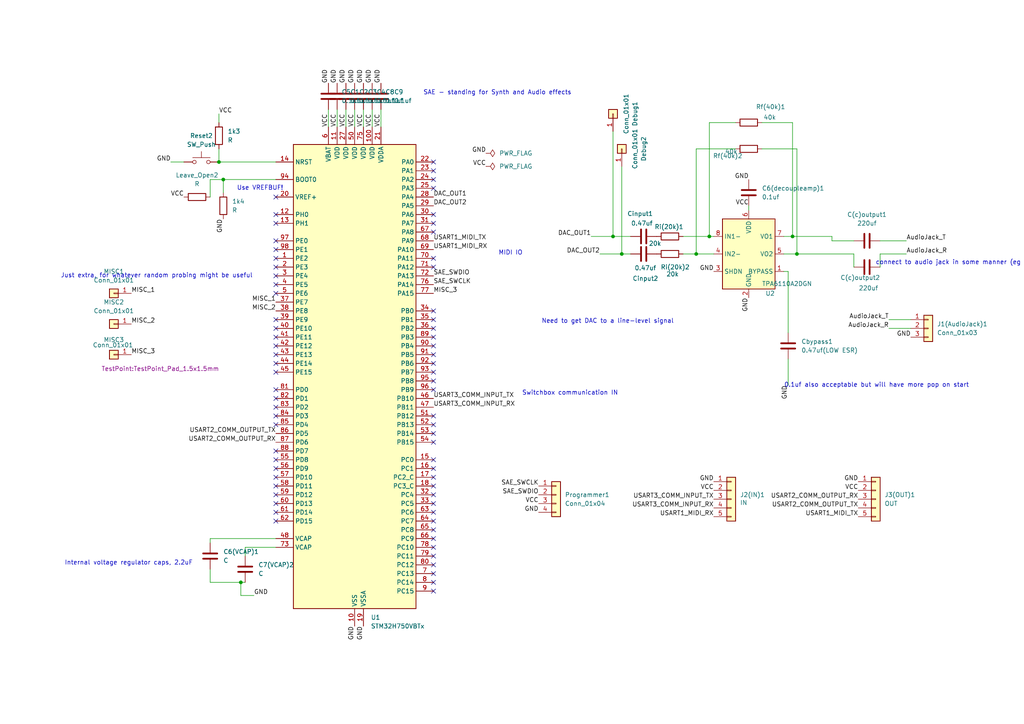
<source format=kicad_sch>
(kicad_sch (version 20250114) (generator "eeschema") (generator_version "9.0")
  (paper "A4")
  (lib_symbols
    (symbol "Amplifier_Audio:TPA6110A2DGN"
      (property "Reference" "U" (at -6.35 11.43 0))
      (property "Value" "TPA6110A2DGN" (at 6.35 11.43 0))
      (symbol "TPA6110A2DGN_0_1"
        (rectangle (start -7.62 10.16) (end 7.62 -10.16) (stroke (width 0.254)) (fill (type background)))
      )
      (symbol "TPA6110A2DGN_1_1"
        (pin input line (at -10.16 5.08 0) (length 2.54) (name "IN1-") (number "8"))
        (pin input line (at -10.16 0 0) (length 2.54) (name "IN2-") (number "4"))
        (pin input line (at -10.16 -5.08 0) (length 2.54) (name "SHDN") (number "3"))
        (pin power_in line (at 0 12.7 270) (length 2.54) (name "VDD") (number "6"))
        (pin power_in line (at 0 -12.7 90) (length 2.54) (name "GND") (number "2"))
        (pin passive line (at 0 -12.7 90) (length 2.54) (hide yes) (name "GND") (number "9"))
        (pin output line (at 10.16 5.08 180) (length 2.54) (name "VO1") (number "7"))
        (pin output line (at 10.16 0 180) (length 2.54) (name "VO2") (number "5"))
        (pin passive line (at 10.16 -5.08 180) (length 2.54) (name "BYPASS") (number "1"))
      )
    )
    (symbol "Connector_Generic:Conn_01x01" (pin_names (offset 1.016) (hide yes))
      (property "Reference" "J" (at 0 2.54 0))
      (property "Value" "Conn_01x01" (at 0 -2.54 0))
      (symbol "Conn_01x01_1_1"
        (rectangle (start -1.27 1.27) (end 1.27 -1.27) (stroke (width 0.254)) (fill (type background)))
        (rectangle (start -1.27 0.127) (end 0 -0.127) (stroke (width 0.1524)))
        (pin passive line (at -5.08 0 0) (length 3.81) (name "Pin_1") (number "1"))
      )
    )
    (symbol "Connector_Generic:Conn_01x03" (pin_names (offset 1.016) (hide yes))
      (property "Reference" "J" (at 0 5.08 0))
      (property "Value" "Conn_01x03" (at 0 -5.08 0))
      (symbol "Conn_01x03_1_1"
        (rectangle (start -1.27 3.81) (end 1.27 -3.81) (stroke (width 0.254)) (fill (type background)))
        (rectangle (start -1.27 2.667) (end 0 2.413) (stroke (width 0.1524)))
        (rectangle (start -1.27 0.127) (end 0 -0.127) (stroke (width 0.1524)))
        (rectangle (start -1.27 -2.413) (end 0 -2.667) (stroke (width 0.1524)))
        (pin passive line (at -5.08 2.54 0) (length 3.81) (name "Pin_1") (number "1"))
        (pin passive line (at -5.08 0 0) (length 3.81) (name "Pin_2") (number "2"))
        (pin passive line (at -5.08 -2.54 0) (length 3.81) (name "Pin_3") (number "3"))
      )
    )
    (symbol "Connector_Generic:Conn_01x04" (pin_names (offset 1.016) (hide yes))
      (property "Reference" "J" (at 0 5.08 0))
      (property "Value" "Conn_01x04" (at 0 -7.62 0))
      (symbol "Conn_01x04_1_1"
        (rectangle (start -1.27 3.81) (end 1.27 -6.35) (stroke (width 0.254)) (fill (type background)))
        (rectangle (start -1.27 2.667) (end 0 2.413) (stroke (width 0.1524)))
        (rectangle (start -1.27 0.127) (end 0 -0.127) (stroke (width 0.1524)))
        (rectangle (start -1.27 -2.413) (end 0 -2.667) (stroke (width 0.1524)))
        (rectangle (start -1.27 -4.953) (end 0 -5.207) (stroke (width 0.1524)))
        (pin passive line (at -5.08 2.54 0) (length 3.81) (name "Pin_1") (number "1"))
        (pin passive line (at -5.08 0 0) (length 3.81) (name "Pin_2") (number "2"))
        (pin passive line (at -5.08 -2.54 0) (length 3.81) (name "Pin_3") (number "3"))
        (pin passive line (at -5.08 -5.08 0) (length 3.81) (name "Pin_4") (number "4"))
      )
    )
    (symbol "Connector_Generic:Conn_01x05" (pin_names (offset 1.016) (hide yes))
      (property "Reference" "J" (at 0 7.62 0))
      (property "Value" "Conn_01x05" (at 0 -7.62 0))
      (symbol "Conn_01x05_1_1"
        (rectangle (start -1.27 6.35) (end 1.27 -6.35) (stroke (width 0.254)) (fill (type background)))
        (rectangle (start -1.27 5.207) (end 0 4.953) (stroke (width 0.1524)))
        (rectangle (start -1.27 2.667) (end 0 2.413) (stroke (width 0.1524)))
        (rectangle (start -1.27 0.127) (end 0 -0.127) (stroke (width 0.1524)))
        (rectangle (start -1.27 -2.413) (end 0 -2.667) (stroke (width 0.1524)))
        (rectangle (start -1.27 -4.953) (end 0 -5.207) (stroke (width 0.1524)))
        (pin passive line (at -5.08 5.08 0) (length 3.81) (name "Pin_1") (number "1"))
        (pin passive line (at -5.08 2.54 0) (length 3.81) (name "Pin_2") (number "2"))
        (pin passive line (at -5.08 0 0) (length 3.81) (name "Pin_3") (number "3"))
        (pin passive line (at -5.08 -2.54 0) (length 3.81) (name "Pin_4") (number "4"))
        (pin passive line (at -5.08 -5.08 0) (length 3.81) (name "Pin_5") (number "5"))
      )
    )
    (symbol "Device:C" (pin_numbers (hide yes)) (pin_names (offset 0.254))
      (property "Reference" "C" (at 0.635 2.54 0))
      (property "Value" "C" (at 0.635 -2.54 0))
      (symbol "C_0_1"
        (polyline (pts (xy -2.032 0.762) (xy 2.032 0.762)) (stroke (width 0.508)))
        (polyline (pts (xy -2.032 -0.762) (xy 2.032 -0.762)) (stroke (width 0.508)))
      )
      (symbol "C_1_1"
        (pin passive line (at 0 3.81 270) (length 2.794) (name "~") (number "1"))
        (pin passive line (at 0 -3.81 90) (length 2.794) (name "~") (number "2"))
      )
    )
    (symbol "Device:R" (pin_numbers (hide yes)) (pin_names (offset 0))
      (property "Reference" "R" (at 2.032 0 90))
      (property "Value" "R" (at 0 0 90))
      (symbol "R_0_1"
        (rectangle (start -1.016 -2.54) (end 1.016 2.54) (stroke (width 0.254)))
      )
      (symbol "R_1_1"
        (pin passive line (at 0 3.81 270) (length 1.27) (name "~") (number "1"))
        (pin passive line (at 0 -3.81 90) (length 1.27) (name "~") (number "2"))
      )
    )
    (symbol "MCU_ST_STM32H7:STM32H750VBTx"
      (property "Reference" "U" (at -17.78 69.85 0))
      (property "Value" "STM32H750VBTx" (at 10.16 69.85 0))
      (symbol "STM32H750VBTx_0_1"
        (rectangle (start -17.78 -66.04) (end 17.78 68.58) (stroke (width 0.254)) (fill (type background)))
      )
      (symbol "STM32H750VBTx_1_1"
        (pin input line (at -22.86 63.5 0) (length 5.08) (name "NRST") (number "14"))
        (pin input line (at -22.86 58.42 0) (length 5.08) (name "BOOT0") (number "94"))
        (pin input line (at -22.86 53.34 0) (length 5.08) (name "VREF+") (number "20"))
        (pin bidirectional line (at -22.86 48.26 0) (length 5.08) (name "PH0") (number "12"))
        (pin bidirectional line (at -22.86 45.72 0) (length 5.08) (name "PH1") (number "13"))
        (pin bidirectional line (at -22.86 40.64 0) (length 5.08) (name "PE0") (number "97"))
        (pin bidirectional line (at -22.86 38.1 0) (length 5.08) (name "PE1") (number "98"))
        (pin bidirectional line (at -22.86 35.56 0) (length 5.08) (name "PE2") (number "1"))
        (pin bidirectional line (at -22.86 33.02 0) (length 5.08) (name "PE3") (number "2"))
        (pin bidirectional line (at -22.86 30.48 0) (length 5.08) (name "PE4") (number "3"))
        (pin bidirectional line (at -22.86 27.94 0) (length 5.08) (name "PE5") (number "4"))
        (pin bidirectional line (at -22.86 25.4 0) (length 5.08) (name "PE6") (number "5"))
        (pin bidirectional line (at -22.86 22.86 0) (length 5.08) (name "PE7") (number "37"))
        (pin bidirectional line (at -22.86 20.32 0) (length 5.08) (name "PE8") (number "38"))
        (pin bidirectional line (at -22.86 17.78 0) (length 5.08) (name "PE9") (number "39"))
        (pin bidirectional line (at -22.86 15.24 0) (length 5.08) (name "PE10") (number "40"))
        (pin bidirectional line (at -22.86 12.7 0) (length 5.08) (name "PE11") (number "41"))
        (pin bidirectional line (at -22.86 10.16 0) (length 5.08) (name "PE12") (number "42"))
        (pin bidirectional line (at -22.86 7.62 0) (length 5.08) (name "PE13") (number "43"))
        (pin bidirectional line (at -22.86 5.08 0) (length 5.08) (name "PE14") (number "44"))
        (pin bidirectional line (at -22.86 2.54 0) (length 5.08) (name "PE15") (number "45"))
        (pin bidirectional line (at -22.86 -2.54 0) (length 5.08) (name "PD0") (number "81"))
        (pin bidirectional line (at -22.86 -5.08 0) (length 5.08) (name "PD1") (number "82"))
        (pin bidirectional line (at -22.86 -7.62 0) (length 5.08) (name "PD2") (number "83"))
        (pin bidirectional line (at -22.86 -10.16 0) (length 5.08) (name "PD3") (number "84"))
        (pin bidirectional line (at -22.86 -12.7 0) (length 5.08) (name "PD4") (number "85"))
        (pin bidirectional line (at -22.86 -15.24 0) (length 5.08) (name "PD5") (number "86"))
        (pin bidirectional line (at -22.86 -17.78 0) (length 5.08) (name "PD6") (number "87"))
        (pin bidirectional line (at -22.86 -20.32 0) (length 5.08) (name "PD7") (number "88"))
        (pin bidirectional line (at -22.86 -22.86 0) (length 5.08) (name "PD8") (number "55"))
        (pin bidirectional line (at -22.86 -25.4 0) (length 5.08) (name "PD9") (number "56"))
        (pin bidirectional line (at -22.86 -27.94 0) (length 5.08) (name "PD10") (number "57"))
        (pin bidirectional line (at -22.86 -30.48 0) (length 5.08) (name "PD11") (number "58"))
        (pin bidirectional line (at -22.86 -33.02 0) (length 5.08) (name "PD12") (number "59"))
        (pin bidirectional line (at -22.86 -35.56 0) (length 5.08) (name "PD13") (number "60"))
        (pin bidirectional line (at -22.86 -38.1 0) (length 5.08) (name "PD14") (number "61"))
        (pin bidirectional line (at -22.86 -40.64 0) (length 5.08) (name "PD15") (number "62"))
        (pin power_out line (at -22.86 -45.72 0) (length 5.08) (name "VCAP") (number "48"))
        (pin power_out line (at -22.86 -48.26 0) (length 5.08) (name "VCAP") (number "73"))
        (pin power_in line (at -7.62 73.66 270) (length 5.08) (name "VBAT") (number "6"))
        (pin power_in line (at -5.08 73.66 270) (length 5.08) (name "VDD") (number "11"))
        (pin power_in line (at -2.54 73.66 270) (length 5.08) (name "VDD") (number "27"))
        (pin power_in line (at 0 73.66 270) (length 5.08) (name "VDD") (number "50"))
        (pin power_in line (at 0 -71.12 90) (length 5.08) (name "VSS") (number "10"))
        (pin passive line (at 0 -71.12 90) (length 5.08) (hide yes) (name "VSS") (number "26"))
        (pin passive line (at 0 -71.12 90) (length 5.08) (hide yes) (name "VSS") (number "49"))
        (pin passive line (at 0 -71.12 90) (length 5.08) (hide yes) (name "VSS") (number "74"))
        (pin passive line (at 0 -71.12 90) (length 5.08) (hide yes) (name "VSS") (number "99"))
        (pin power_in line (at 2.54 73.66 270) (length 5.08) (name "VDD") (number "75"))
        (pin power_in line (at 2.54 -71.12 90) (length 5.08) (name "VSSA") (number "19"))
        (pin power_in line (at 5.08 73.66 270) (length 5.08) (name "VDD") (number "100"))
        (pin power_in line (at 7.62 73.66 270) (length 5.08) (name "VDDA") (number "21"))
        (pin bidirectional line (at 22.86 63.5 180) (length 5.08) (name "PA0") (number "22"))
        (pin bidirectional line (at 22.86 60.96 180) (length 5.08) (name "PA1") (number "23"))
        (pin bidirectional line (at 22.86 58.42 180) (length 5.08) (name "PA2") (number "24"))
        (pin bidirectional line (at 22.86 55.88 180) (length 5.08) (name "PA3") (number "25"))
        (pin bidirectional line (at 22.86 53.34 180) (length 5.08) (name "PA4") (number "28"))
        (pin bidirectional line (at 22.86 50.8 180) (length 5.08) (name "PA5") (number "29"))
        (pin bidirectional line (at 22.86 48.26 180) (length 5.08) (name "PA6") (number "30"))
        (pin bidirectional line (at 22.86 45.72 180) (length 5.08) (name "PA7") (number "31"))
        (pin bidirectional line (at 22.86 43.18 180) (length 5.08) (name "PA8") (number "67"))
        (pin bidirectional line (at 22.86 40.64 180) (length 5.08) (name "PA9") (number "68"))
        (pin bidirectional line (at 22.86 38.1 180) (length 5.08) (name "PA10") (number "69"))
        (pin bidirectional line (at 22.86 35.56 180) (length 5.08) (name "PA11") (number "70"))
        (pin bidirectional line (at 22.86 33.02 180) (length 5.08) (name "PA12") (number "71"))
        (pin bidirectional line (at 22.86 30.48 180) (length 5.08) (name "PA13") (number "72"))
        (pin bidirectional line (at 22.86 27.94 180) (length 5.08) (name "PA14") (number "76"))
        (pin bidirectional line (at 22.86 25.4 180) (length 5.08) (name "PA15") (number "77"))
        (pin bidirectional line (at 22.86 20.32 180) (length 5.08) (name "PB0") (number "34"))
        (pin bidirectional line (at 22.86 17.78 180) (length 5.08) (name "PB1") (number "35"))
        (pin bidirectional line (at 22.86 15.24 180) (length 5.08) (name "PB2") (number "36"))
        (pin bidirectional line (at 22.86 12.7 180) (length 5.08) (name "PB3") (number "89"))
        (pin bidirectional line (at 22.86 10.16 180) (length 5.08) (name "PB4") (number "90"))
        (pin bidirectional line (at 22.86 7.62 180) (length 5.08) (name "PB5") (number "91"))
        (pin bidirectional line (at 22.86 5.08 180) (length 5.08) (name "PB6") (number "92"))
        (pin bidirectional line (at 22.86 2.54 180) (length 5.08) (name "PB7") (number "93"))
        (pin bidirectional line (at 22.86 0 180) (length 5.08) (name "PB8") (number "95"))
        (pin bidirectional line (at 22.86 -2.54 180) (length 5.08) (name "PB9") (number "96"))
        (pin bidirectional line (at 22.86 -5.08 180) (length 5.08) (name "PB10") (number "46"))
        (pin bidirectional line (at 22.86 -7.62 180) (length 5.08) (name "PB11") (number "47"))
        (pin bidirectional line (at 22.86 -10.16 180) (length 5.08) (name "PB12") (number "51"))
        (pin bidirectional line (at 22.86 -12.7 180) (length 5.08) (name "PB13") (number "52"))
        (pin bidirectional line (at 22.86 -15.24 180) (length 5.08) (name "PB14") (number "53"))
        (pin bidirectional line (at 22.86 -17.78 180) (length 5.08) (name "PB15") (number "54"))
        (pin bidirectional line (at 22.86 -22.86 180) (length 5.08) (name "PC0") (number "15"))
        (pin bidirectional line (at 22.86 -25.4 180) (length 5.08) (name "PC1") (number "16"))
        (pin bidirectional line (at 22.86 -27.94 180) (length 5.08) (name "PC2_C") (number "17"))
        (pin bidirectional line (at 22.86 -30.48 180) (length 5.08) (name "PC3_C") (number "18"))
        (pin bidirectional line (at 22.86 -33.02 180) (length 5.08) (name "PC4") (number "32"))
        (pin bidirectional line (at 22.86 -35.56 180) (length 5.08) (name "PC5") (number "33"))
        (pin bidirectional line (at 22.86 -38.1 180) (length 5.08) (name "PC6") (number "63"))
        (pin bidirectional line (at 22.86 -40.64 180) (length 5.08) (name "PC7") (number "64"))
        (pin bidirectional line (at 22.86 -43.18 180) (length 5.08) (name "PC8") (number "65"))
        (pin bidirectional line (at 22.86 -45.72 180) (length 5.08) (name "PC9") (number "66"))
        (pin bidirectional line (at 22.86 -48.26 180) (length 5.08) (name "PC10") (number "78"))
        (pin bidirectional line (at 22.86 -50.8 180) (length 5.08) (name "PC11") (number "79"))
        (pin bidirectional line (at 22.86 -53.34 180) (length 5.08) (name "PC12") (number "80"))
        (pin bidirectional line (at 22.86 -55.88 180) (length 5.08) (name "PC13") (number "7"))
        (pin bidirectional line (at 22.86 -58.42 180) (length 5.08) (name "PC14") (number "8"))
        (pin bidirectional line (at 22.86 -60.96 180) (length 5.08) (name "PC15") (number "9"))
      )
    )
    (symbol "Switch:SW_Push" (pin_numbers (hide yes)) (pin_names (offset 1.016) (hide yes))
      (property "Reference" "SW" (at 1.27 2.54 0))
      (property "Value" "SW_Push" (at 0 -1.524 0))
      (symbol "SW_Push_0_1"
        (circle (center -2.032 0) (radius 0.508))
        (polyline (pts (xy 0 1.27) (xy 0 3.048)))
        (circle (center 2.032 0) (radius 0.508))
        (polyline (pts (xy 2.54 1.27) (xy -2.54 1.27)))
        (pin passive line (at -5.08 0 0) (length 2.54) (name "1") (number "1"))
        (pin passive line (at 5.08 0 180) (length 2.54) (name "2") (number "2"))
      )
    )
    (symbol "power:PWR_FLAG" (power) (pin_numbers (hide yes)) (pin_names (offset 0) (hide yes))
      (property "Value" "PWR_FLAG" (at 0 3.81 0))
      (symbol "PWR_FLAG_0_0"
        (pin power_out line (at 0 0 90) (length 0) (name "~") (number "1"))
      )
      (symbol "PWR_FLAG_0_1"
        (polyline (pts (xy 0 0) (xy 0 1.27) (xy -1.016 1.905) (xy 0 2.54) (xy 1.016 1.905) (xy 0 1.27)))
      )
    )
  )
  (text "Switchbox communication IN" (at 165.354 114.046 0) (effects (font (size 1.27 1.27))))
  (text "Need to get DAC to a line-level signal" (at 176.276 93.218 0) (effects (font (size 1.27 1.27))))
  (text "connect to audio jack in some manner (eg out pins)\n" (at 279.908 76.2 0) (effects (font (size 1.27 1.27))))
  (text "0.1uf also acceptable but will have more pop on start\n" (at 254.254 111.76 0) (effects (font (size 1.27 1.27))))
  (text "SAE - standing for Synth and Audio effects" (at 144.272 26.924 0) (effects (font (size 1.27 1.27))))
  (text "MIDI IO\n" (at 148.082 73.406 0) (effects (font (size 1.27 1.27))))
  (text "Internal voltage regulator caps, 2.2uF" (at 37.338 163.322 0) (effects (font (size 1.27 1.27))))
  (text "Use VREFBUF!\n" (at 75.438 54.61 0) (effects (font (size 1.27 1.27))))
  (text "Just extra, for whatever random probing might be useful" (at 45.466 80.01 0) (effects (font (size 1.27 1.27))))
  (junction (at 229.87 68.58))
  (junction (at 180.34 73.66))
  (junction (at 63.5 46.99))
  (junction (at 205.74 68.58))
  (junction (at 201.93 73.66))
  (junction (at 64.77 52.07))
  (junction (at 231.14 73.66))
  (junction (at 69.85 168.91))
  (junction (at 177.8 68.58))
  (no_connect (at 125.73 166.37))
  (no_connect (at 80.01 85.09))
  (no_connect (at 125.73 151.13))
  (no_connect (at 125.73 138.43))
  (no_connect (at 125.73 168.91))
  (no_connect (at 125.73 49.53))
  (no_connect (at 80.01 82.55))
  (no_connect (at 80.01 143.51))
  (no_connect (at 125.73 54.61))
  (no_connect (at 125.73 123.19))
  (no_connect (at 125.73 146.05))
  (no_connect (at 125.73 64.77))
  (no_connect (at 80.01 118.11))
  (no_connect (at 80.01 105.41))
  (no_connect (at 80.01 130.81))
  (no_connect (at 80.01 74.93))
  (no_connect (at 80.01 80.01))
  (no_connect (at 125.73 113.03))
  (no_connect (at 125.73 100.33))
  (no_connect (at 80.01 72.39))
  (no_connect (at 80.01 95.25))
  (no_connect (at 125.73 125.73))
  (no_connect (at 80.01 102.87))
  (no_connect (at 125.73 158.75))
  (no_connect (at 80.01 69.85))
  (no_connect (at 80.01 100.33))
  (no_connect (at 125.73 133.35))
  (no_connect (at 80.01 135.89))
  (no_connect (at 125.73 105.41))
  (no_connect (at 125.73 46.99))
  (no_connect (at 80.01 97.79))
  (no_connect (at 80.01 151.13))
  (no_connect (at 125.73 161.29))
  (no_connect (at 125.73 120.65))
  (no_connect (at 125.73 97.79))
  (no_connect (at 125.73 74.93))
  (no_connect (at 80.01 64.77))
  (no_connect (at 80.01 62.23))
  (no_connect (at 80.01 115.57))
  (no_connect (at 80.01 77.47))
  (no_connect (at 125.73 153.67))
  (no_connect (at 125.73 128.27))
  (no_connect (at 125.73 92.71))
  (no_connect (at 80.01 57.15))
  (no_connect (at 80.01 146.05))
  (no_connect (at 125.73 163.83))
  (no_connect (at 80.01 148.59))
  (no_connect (at 125.73 90.17))
  (no_connect (at 125.73 77.47))
  (no_connect (at 125.73 156.21))
  (no_connect (at 125.73 102.87))
  (no_connect (at 125.73 62.23))
  (no_connect (at 125.73 171.45))
  (no_connect (at 80.01 113.03))
  (no_connect (at 125.73 140.97))
  (no_connect (at 125.73 107.95))
  (no_connect (at 125.73 148.59))
  (no_connect (at 125.73 110.49))
  (no_connect (at 80.01 107.95))
  (no_connect (at 80.01 123.19))
  (no_connect (at 125.73 67.31))
  (no_connect (at 80.01 92.71))
  (no_connect (at 80.01 138.43))
  (no_connect (at 80.01 140.97))
  (no_connect (at 80.01 120.65))
  (no_connect (at 80.01 133.35))
  (no_connect (at 125.73 52.07))
  (no_connect (at 125.73 95.25))
  (no_connect (at 125.73 135.89))
  (no_connect (at 125.73 143.51))
  (wire (pts (xy 60.96 156.21) (xy 80.01 156.21)))
  (wire (pts (xy 64.77 52.07) (xy 64.77 55.88)))
  (wire (pts (xy 73.66 172.72) (xy 69.85 172.72)))
  (wire (pts (xy 227.33 68.58) (xy 229.87 68.58)))
  (wire (pts (xy 69.85 172.72) (xy 69.85 168.91)))
  (wire (pts (xy 107.95 31.75) (xy 107.95 36.83)))
  (wire (pts (xy 63.5 46.99) (xy 80.01 46.99)))
  (wire (pts (xy 97.79 31.75) (xy 97.79 36.83)))
  (wire (pts (xy 241.3 69.85) (xy 241.3 68.58)))
  (wire (pts (xy 255.27 73.66) (xy 255.27 77.47)))
  (wire (pts (xy 60.96 157.48) (xy 60.96 156.21)))
  (wire (pts (xy 213.36 35.56) (xy 205.74 35.56)))
  (wire (pts (xy 227.33 73.66) (xy 231.14 73.66)))
  (wire (pts (xy 180.34 48.26) (xy 180.34 73.66)))
  (wire (pts (xy 180.34 73.66) (xy 182.88 73.66)))
  (wire (pts (xy 255.27 69.85) (xy 262.89 69.85)))
  (wire (pts (xy 171.45 68.58) (xy 177.8 68.58)))
  (wire (pts (xy 198.12 73.66) (xy 201.93 73.66)))
  (wire (pts (xy 257.81 92.71) (xy 264.16 92.71)))
  (wire (pts (xy 229.87 35.56) (xy 229.87 68.58)))
  (wire (pts (xy 60.96 52.07) (xy 60.96 57.15)))
  (wire (pts (xy 60.96 165.1) (xy 60.96 168.91)))
  (wire (pts (xy 228.6 111.76) (xy 228.6 104.14)))
  (wire (pts (xy 201.93 73.66) (xy 207.01 73.66)))
  (wire (pts (xy 64.77 52.07) (xy 80.01 52.07)))
  (wire (pts (xy 63.5 43.18) (xy 63.5 46.99)))
  (wire (pts (xy 255.27 73.66) (xy 262.89 73.66)))
  (wire (pts (xy 100.33 31.75) (xy 100.33 36.83)))
  (wire (pts (xy 60.96 168.91) (xy 69.85 168.91)))
  (wire (pts (xy 63.5 33.02) (xy 63.5 35.56)))
  (wire (pts (xy 69.85 168.91) (xy 71.12 168.91)))
  (wire (pts (xy 71.12 158.75) (xy 71.12 161.29)))
  (wire (pts (xy 247.65 77.47) (xy 247.65 73.66)))
  (wire (pts (xy 198.12 68.58) (xy 205.74 68.58)))
  (wire (pts (xy 60.96 52.07) (xy 64.77 52.07)))
  (wire (pts (xy 227.33 78.74) (xy 228.6 78.74)))
  (wire (pts (xy 49.53 46.99) (xy 53.34 46.99)))
  (wire (pts (xy 205.74 35.56) (xy 205.74 68.58)))
  (wire (pts (xy 102.87 31.75) (xy 102.87 36.83)))
  (wire (pts (xy 231.14 43.18) (xy 231.14 73.66)))
  (wire (pts (xy 231.14 73.66) (xy 247.65 73.66)))
  (wire (pts (xy 95.25 31.75) (xy 95.25 36.83)))
  (wire (pts (xy 201.93 43.18) (xy 201.93 73.66)))
  (wire (pts (xy 220.98 43.18) (xy 231.14 43.18)))
  (wire (pts (xy 220.98 35.56) (xy 229.87 35.56)))
  (wire (pts (xy 80.01 158.75) (xy 71.12 158.75)))
  (wire (pts (xy 177.8 68.58) (xy 182.88 68.58)))
  (wire (pts (xy 110.49 31.75) (xy 110.49 36.83)))
  (wire (pts (xy 205.74 68.58) (xy 207.01 68.58)))
  (wire (pts (xy 229.87 68.58) (xy 241.3 68.58)))
  (wire (pts (xy 105.41 31.75) (xy 105.41 36.83)))
  (wire (pts (xy 213.36 43.18) (xy 201.93 43.18)))
  (wire (pts (xy 217.17 59.69) (xy 217.17 60.96)))
  (wire (pts (xy 257.81 95.25) (xy 264.16 95.25)))
  (wire (pts (xy 228.6 78.74) (xy 228.6 96.52)))
  (wire (pts (xy 177.8 38.1) (xy 177.8 68.58)))
  (wire (pts (xy 241.3 69.85) (xy 247.65 69.85)))
  (wire (pts (xy 173.99 73.66) (xy 180.34 73.66)))
  (label "AudioJack_T" (at 257.81 92.71 180))
  (label "USART1_MIDI_RX" (at 125.73 72.39 0))
  (label "VCC" (at 95.25 36.83 90))
  (label "MISC_3" (at 125.73 85.09 0))
  (label "VCC" (at 207.01 142.24 180))
  (label "USART2_COMM_OUTPUT_RX" (at 80.01 128.27 180))
  (label "GND" (at 156.21 148.59 180))
  (label "GND" (at 140.97 44.45 180))
  (label "GND" (at 49.53 46.99 180))
  (label "GND" (at 207.01 78.74 180))
  (label "USART1_MIDI_RX" (at 207.01 149.86 180))
  (label "USART2_COMM_OUTPUT_RX" (at 248.92 144.78 180))
  (label "DAC_OUT2" (at 173.99 73.66 180))
  (label "GND" (at 105.41 24.13 90))
  (label "VCC" (at 248.92 142.24 180))
  (label "MISC_1" (at 38.1 85.09 0))
  (label "USART1_MIDI_TX" (at 248.92 149.86 180))
  (label "DAC_OUT2" (at 125.73 59.69 0))
  (label "SAE_SWDIO" (at 156.21 143.51 180))
  (label "VCC" (at 107.95 36.83 90))
  (label "USART3_COMM_INPUT_RX" (at 207.01 147.32 180))
  (label "GND" (at 217.17 86.36 270))
  (label "GND" (at 207.01 139.7 180))
  (label "VCC" (at 156.21 146.05 180))
  (label "GND" (at 217.17 52.07 180))
  (label "MISC_3" (at 38.1 102.87 0))
  (label "USART2_COMM_OUTPUT_TX" (at 248.92 147.32 180))
  (label "GND" (at 248.92 139.7 180))
  (label "VCC" (at 100.33 36.83 90))
  (label "VCC" (at 63.5 33.02 0))
  (label "VCC" (at 217.17 59.69 180))
  (label "GND" (at 110.49 24.13 90))
  (label "SAE_SWDIO" (at 125.73 80.01 0))
  (label "MISC_1" (at 80.01 87.63 180))
  (label "SAE_SWCLK" (at 125.73 82.55 0))
  (label "GND" (at 97.79 24.13 90))
  (label "GND" (at 264.16 97.79 180))
  (label "USART1_MIDI_TX" (at 125.73 69.85 0))
  (label "GND" (at 64.77 63.5 270))
  (label "VCC" (at 102.87 36.83 90))
  (label "AudioJack_R" (at 262.89 73.66 0))
  (label "AudioJack_R" (at 257.81 95.25 180))
  (label "GND" (at 228.6 111.76 270))
  (label "DAC_OUT1" (at 125.73 57.15 0))
  (label "MISC_2" (at 80.01 90.17 180))
  (label "SAE_SWCLK" (at 156.21 140.97 180))
  (label "DAC_OUT1" (at 171.45 68.58 180))
  (label "GND" (at 73.66 172.72 0))
  (label "GND" (at 105.41 181.61 270))
  (label "GND" (at 102.87 24.13 90))
  (label "USART3_COMM_INPUT_RX" (at 125.73 118.11 0))
  (label "AudioJack_T" (at 262.89 69.85 0))
  (label "GND" (at 100.33 24.13 90))
  (label "USART3_COMM_INPUT_TX" (at 125.73 115.57 0))
  (label "VCC" (at 97.79 36.83 90))
  (label "MISC_2" (at 38.1 93.98 0))
  (label "USART2_COMM_OUTPUT_TX" (at 80.01 125.73 180))
  (label "VCC" (at 105.41 36.83 90))
  (label "VCC" (at 53.34 57.15 180))
  (label "VCC" (at 110.49 36.83 90))
  (label "USART3_COMM_INPUT_TX" (at 207.01 144.78 180))
  (label "GND" (at 102.87 181.61 270))
  (label "GND" (at 107.95 24.13 90))
  (label "VCC" (at 140.97 48.26 180))
  (label "GND" (at 95.25 24.13 90))
  (symbol (lib_id "Connector_Generic:Conn_01x05") (at 212.09 144.78 0) (unit 1)
    (property "Reference" "J2(IN)1" (at 214.63 143.5099 0) (effects (justify left)))
    (property "Value" "IN" (at 214.63 145.796 0) (effects (justify left)))
    (property "Footprint" "Connector_PinHeader_2.54mm:PinHeader_1x05_P2.54mm_Vertical" (effects (hide yes)))
    (property "Description" "Generic connector, single row, 01x05, script generated (kicad-library-utils/schlib/autogen/connector/)" (effects (hide yes)))
  )
  (symbol (lib_id "Device:R") (at 217.17 35.56 90) (unit 1)
    (property "Reference" "Rf(40k)1" (at 223.52 30.988 90))
    (property "Value" "40k" (at 223.266 34.036 90))
    (property "Footprint" "Resistor_THT:R_Axial_DIN0207_L6.3mm_D2.5mm_P10.16mm_Horizontal" (effects (hide yes)))
    (property "Description" "Resistor" (effects (hide yes)))
  )
  (symbol (lib_id "Device:C") (at 217.17 55.88 0) (unit 1)
    (property "Reference" "C6(decoupleamp)1" (at 220.98 54.6099 0) (effects (justify left)))
    (property "Value" "0.1uf" (at 220.98 57.1499 0) (effects (justify left)))
    (property "Footprint" "Capacitor_SMD:C_0603_1608Metric_Pad1.08x0.95mm_HandSolder" (effects (hide yes)))
    (property "Description" "Unpolarized capacitor" (effects (hide yes)))
  )
  (symbol (lib_id "Device:C") (at 100.33 27.94 0) (unit 1)
    (property "Reference" "C2" (at 104.14 26.6699 0) (effects (justify left)))
    (property "Value" "0.1uf" (at 104.14 29.2099 0) (effects (justify left)))
    (property "Footprint" "Capacitor_SMD:C_0603_1608Metric_Pad1.08x0.95mm_HandSolder" (effects (hide yes)))
    (property "Description" "Unpolarized capacitor" (effects (hide yes)))
  )
  (symbol (lib_id "Device:C") (at 95.25 27.94 0) (unit 1)
    (property "Reference" "C5" (at 99.06 26.6699 0) (effects (justify left)))
    (property "Value" "0.1uf" (at 99.06 29.2099 0) (effects (justify left)))
    (property "Footprint" "Capacitor_SMD:C_0603_1608Metric_Pad1.08x0.95mm_HandSolder" (effects (hide yes)))
    (property "Description" "Unpolarized capacitor" (effects (hide yes)))
  )
  (symbol (lib_id "Device:R") (at 64.77 59.69 0) (unit 1)
    (property "Reference" "1k4" (at 67.31 58.4199 0) (effects (justify left)))
    (property "Value" "R" (at 67.31 60.9599 0) (effects (justify left)))
    (property "Footprint" "Resistor_SMD:R_0603_1608Metric_Pad0.98x0.95mm_HandSolder" (effects (hide yes)))
    (property "Description" "Resistor" (effects (hide yes)))
  )
  (symbol (lib_id "Connector_Generic:Conn_01x01") (at 33.02 93.98 180) (unit 1)
    (property "Reference" "MISC2" (at 33.02 87.63 0))
    (property "Value" "Conn_01x01" (at 33.02 90.17 0))
    (property "Footprint" "TestPoint:TestPoint_Pad_1.5x1.5mm" (effects (hide yes)))
    (property "Description" "Generic connector, single row, 01x01, script generated (kicad-library-utils/schlib/autogen/connector/)" (effects (hide yes)))
  )
  (symbol (lib_id "Device:R") (at 194.31 68.58 90) (unit 1)
    (property "Reference" "Ri(20k)1" (at 194.056 65.786 90))
    (property "Value" "20k" (at 189.992 70.612 90))
    (property "Footprint" "Resistor_THT:R_Axial_DIN0207_L6.3mm_D2.5mm_P10.16mm_Horizontal" (effects (hide yes)))
    (property "Description" "Resistor" (effects (hide yes)))
  )
  (symbol (lib_id "Connector_Generic:Conn_01x01") (at 180.34 43.18 90) (unit 1)
    (property "Reference" "Debug2" (at 186.69 43.18 0))
    (property "Value" "Conn_01x01" (at 184.15 43.18 0))
    (property "Footprint" "TestPoint:TestPoint_Pad_1.5x1.5mm" (effects (hide yes)))
    (property "Description" "Generic connector, single row, 01x01, script generated (kicad-library-utils/schlib/autogen/connector/)" (effects (hide yes)))
  )
  (symbol (lib_id "Device:C") (at 97.79 27.94 0) (unit 1)
    (property "Reference" "C1" (at 101.6 26.6699 0) (effects (justify left)))
    (property "Value" "0.1uf" (at 101.6 29.2099 0) (effects (justify left)))
    (property "Footprint" "Capacitor_SMD:C_0603_1608Metric_Pad1.08x0.95mm_HandSolder" (effects (hide yes)))
    (property "Description" "Unpolarized capacitor" (effects (hide yes)))
  )
  (symbol (lib_id "MCU_ST_STM32H7:STM32H750VBTx") (at 102.87 110.49 0) (unit 1)
    (property "Reference" "U1" (at 107.5533 179.07 0) (effects (justify left)))
    (property "Value" "STM32H750VBTx" (at 107.5533 181.61 0) (effects (justify left)))
    (property "Footprint" "Package_QFP:LQFP-100_14x14mm_P0.5mm" (effects (hide yes)))
    (property "Datasheet" "https://www.st.com/resource/en/datasheet/stm32h750vb.pdf" (effects (hide yes)))
    (property "Description" "STMicroelectronics Arm Cortex-M7 MCU, 128KB flash, 1024KB RAM, 480 MHz, 1.71-3.6V, 82 GPIO, LQFP100" (effects (hide yes)))
  )
  (symbol (lib_id "Connector_Generic:Conn_01x04") (at 161.29 143.51 0) (unit 1)
    (property "Reference" "Programmer1" (at 163.83 143.5099 0) (effects (justify left)))
    (property "Value" "Conn_01x04" (at 163.83 146.0499 0) (effects (justify left)))
    (property "Footprint" "Connector_PinHeader_2.54mm:PinHeader_1x04_P2.54mm_Vertical" (effects (hide yes)))
    (property "Description" "Generic connector, single row, 01x04, script generated (kicad-library-utils/schlib/autogen/connector/)" (effects (hide yes)))
  )
  (symbol (lib_id "Device:C") (at 251.46 77.47 90) (unit 1)
    (property "Reference" "C(c)output2" (at 255.27 80.518 90) (effects (justify left)))
    (property "Value" "220uf" (at 254.762 83.566 90) (effects (justify left)))
    (property "Footprint" "Capacitor_THT:CP_Radial_D5.0mm_P2.00mm" (effects (hide yes)))
    (property "Description" "Unpolarized capacitor" (effects (hide yes)))
  )
  (symbol (lib_id "Device:R") (at 217.17 43.18 90) (unit 1)
    (property "Reference" "Rf(40k)2" (at 211.074 45.212 90))
    (property "Value" "40k" (at 212.09 43.942 90))
    (property "Footprint" "Resistor_THT:R_Axial_DIN0207_L6.3mm_D2.5mm_P10.16mm_Horizontal" (effects (hide yes)))
    (property "Description" "Resistor" (effects (hide yes)))
  )
  (symbol (lib_id "Device:C") (at 228.6 100.33 0) (unit 1)
    (property "Reference" "Cbypass1" (at 232.41 99.0599 0) (effects (justify left)))
    (property "Value" "0.47uf(LOW ESR)" (at 232.41 101.5999 0) (effects (justify left)))
    (property "Footprint" "Capacitor_SMD:C_0603_1608Metric_Pad1.08x0.95mm_HandSolder" (effects (hide yes)))
    (property "Description" "Unpolarized capacitor" (effects (hide yes)))
  )
  (symbol (lib_id "Connector_Generic:Conn_01x01") (at 177.8 33.02 90) (unit 1)
    (property "Reference" "Debug1" (at 184.15 33.02 0))
    (property "Value" "Conn_01x01" (at 181.61 33.02 0))
    (property "Footprint" "TestPoint:TestPoint_Pad_1.5x1.5mm" (effects (hide yes)))
    (property "Description" "Generic connector, single row, 01x01, script generated (kicad-library-utils/schlib/autogen/connector/)" (effects (hide yes)))
  )
  (symbol (lib_id "Device:C") (at 60.96 161.29 0) (unit 1)
    (property "Reference" "C6(VCAP)1" (at 64.77 160.0199 0) (effects (justify left)))
    (property "Value" "C" (at 64.77 162.5599 0) (effects (justify left)))
    (property "Footprint" "Capacitor_SMD:C_0603_1608Metric_Pad1.08x0.95mm_HandSolder" (effects (hide yes)))
    (property "Description" "Unpolarized capacitor" (effects (hide yes)))
  )
  (symbol (lib_id "Device:C") (at 186.69 68.58 90) (unit 1)
    (property "Reference" "Cinput1" (at 185.674 61.976 90))
    (property "Value" "0.47uf" (at 186.182 64.77 90))
    (property "Footprint" "Capacitor_SMD:C_0603_1608Metric_Pad1.08x0.95mm_HandSolder" (effects (hide yes)))
    (property "Description" "Unpolarized capacitor" (effects (hide yes)))
  )
  (symbol (lib_id "Device:R") (at 63.5 39.37 0) (unit 1)
    (property "Reference" "1k3" (at 66.04 38.0999 0) (effects (justify left)))
    (property "Value" "R" (at 66.04 40.6399 0) (effects (justify left)))
    (property "Footprint" "Resistor_SMD:R_0603_1608Metric_Pad0.98x0.95mm_HandSolder" (effects (hide yes)))
    (property "Description" "Resistor" (effects (hide yes)))
  )
  (symbol (lib_id "Device:C") (at 102.87 27.94 0) (unit 1)
    (property "Reference" "C3" (at 106.68 26.6699 0) (effects (justify left)))
    (property "Value" "0.1uf" (at 106.68 29.2099 0) (effects (justify left)))
    (property "Footprint" "Capacitor_SMD:C_0603_1608Metric_Pad1.08x0.95mm_HandSolder" (effects (hide yes)))
    (property "Description" "Unpolarized capacitor" (effects (hide yes)))
  )
  (symbol (lib_id "Device:C") (at 107.95 27.94 0) (unit 1)
    (property "Reference" "C8" (at 111.76 26.6699 0) (effects (justify left)))
    (property "Value" "0.1uf" (at 111.76 29.2099 0) (effects (justify left)))
    (property "Footprint" "Capacitor_SMD:C_0603_1608Metric_Pad1.08x0.95mm_HandSolder" (effects (hide yes)))
    (property "Description" "Unpolarized capacitor" (effects (hide yes)))
  )
  (symbol (lib_id "Device:C") (at 71.12 165.1 0) (unit 1)
    (property "Reference" "C7(VCAP)2" (at 74.93 163.8299 0) (effects (justify left)))
    (property "Value" "C" (at 74.93 166.3699 0) (effects (justify left)))
    (property "Footprint" "Capacitor_SMD:C_0603_1608Metric_Pad1.08x0.95mm_HandSolder" (effects (hide yes)))
    (property "Description" "Unpolarized capacitor" (effects (hide yes)))
  )
  (symbol (lib_id "power:PWR_FLAG") (at 140.97 44.45 270) (unit 1)
    (property "Reference" "#FLG02" (effects (hide yes)))
    (property "Value" "PWR_FLAG" (at 144.78 44.4499 90) (effects (justify left)))
    (property "Description" "Special symbol for telling ERC where power comes from" (effects (hide yes)))
  )
  (symbol (lib_id "Device:C") (at 105.41 27.94 0) (unit 1)
    (property "Reference" "C4" (at 109.22 26.6699 0) (effects (justify left)))
    (property "Value" "0.1uf" (at 109.22 29.2099 0) (effects (justify left)))
    (property "Footprint" "Capacitor_SMD:C_0603_1608Metric_Pad1.08x0.95mm_HandSolder" (effects (hide yes)))
    (property "Description" "Unpolarized capacitor" (effects (hide yes)))
  )
  (symbol (lib_id "Device:C") (at 251.46 69.85 90) (unit 1)
    (property "Reference" "C(c)output1" (at 251.46 62.23 90))
    (property "Value" "220uf" (at 251.46 64.77 90))
    (property "Footprint" "Capacitor_THT:CP_Radial_D5.0mm_P2.00mm" (effects (hide yes)))
    (property "Description" "Unpolarized capacitor" (effects (hide yes)))
  )
  (symbol (lib_id "Device:C") (at 186.69 73.66 90) (unit 1)
    (property "Reference" "Cinput2" (at 187.198 80.772 90))
    (property "Value" "0.47uf" (at 187.198 77.724 90))
    (property "Footprint" "Capacitor_SMD:C_0603_1608Metric_Pad1.08x0.95mm_HandSolder" (effects (hide yes)))
    (property "Description" "Unpolarized capacitor" (effects (hide yes)))
  )
  (symbol (lib_id "Device:C") (at 110.49 27.94 0) (unit 1)
    (property "Reference" "C9" (at 114.3 26.6699 0) (effects (justify left)))
    (property "Value" "0.1uf" (at 114.3 29.2099 0) (effects (justify left)))
    (property "Footprint" "Capacitor_SMD:C_0603_1608Metric_Pad1.08x0.95mm_HandSolder" (effects (hide yes)))
    (property "Description" "Unpolarized capacitor" (effects (hide yes)))
  )
  (symbol (lib_id "Connector_Generic:Conn_01x03") (at 269.24 95.25 0) (unit 1)
    (property "Reference" "J1(AudioJack)1" (at 271.78 93.9799 0) (effects (justify left)))
    (property "Value" "Conn_01x03" (at 271.78 96.5199 0) (effects (justify left)))
    (property "Footprint" "Connector_PinHeader_2.54mm:PinHeader_1x03_P2.54mm_Vertical" (effects (hide yes)))
    (property "Description" "Generic connector, single row, 01x03, script generated (kicad-library-utils/schlib/autogen/connector/)" (effects (hide yes)))
  )
  (symbol (lib_id "power:PWR_FLAG") (at 140.97 48.26 270) (unit 1)
    (property "Reference" "#FLG01" (effects (hide yes)))
    (property "Value" "PWR_FLAG" (at 144.78 48.2599 90) (effects (justify left)))
    (property "Description" "Special symbol for telling ERC where power comes from" (effects (hide yes)))
  )
  (symbol (lib_id "Amplifier_Audio:TPA6110A2DGN") (at 217.17 73.66 0) (unit 1)
    (property "Reference" "U2" (at 221.996 85.09 0) (effects (justify left)))
    (property "Value" "TPA6110A2DGN" (at 220.98 82.296 0) (effects (justify left)))
    (property "Footprint" "Package_SO:HVSSOP-8-1EP_3x3mm_P0.65mm_EP1.57x1.89mm" (effects (hide yes)))
    (property "Datasheet" "https://www.ti.com/lit/ds/symlink/tpa6110a2.pdf" (effects (hide yes)))
    (property "Description" "150-mW Stereo Audio Power Amplifier, HVSSOP" (effects (hide yes)))
  )
  (symbol (lib_id "Device:R") (at 194.31 73.66 270) (unit 1)
    (property "Reference" "Ri(20k)2" (at 195.834 77.47 90))
    (property "Value" "20k" (at 195.072 79.502 90))
    (property "Footprint" "Resistor_THT:R_Axial_DIN0207_L6.3mm_D2.5mm_P10.16mm_Horizontal" (effects (hide yes)))
    (property "Description" "Resistor" (effects (hide yes)))
  )
  (symbol (lib_id "Connector_Generic:Conn_01x05") (at 254 144.78 0) (unit 1)
    (property "Reference" "J3(OUT)1" (at 256.54 143.5099 0) (effects (justify left)))
    (property "Value" "OUT" (at 256.54 146.0499 0) (effects (justify left)))
    (property "Footprint" "Connector_PinHeader_2.54mm:PinHeader_1x05_P2.54mm_Vertical" (effects (hide yes)))
    (property "Description" "Generic connector, single row, 01x05, script generated (kicad-library-utils/schlib/autogen/connector/)" (effects (hide yes)))
  )
  (symbol (lib_id "Switch:SW_Push") (at 58.42 46.99 0) (unit 1)
    (property "Reference" "Reset2" (at 58.42 39.37 0))
    (property "Value" "SW_Push" (at 58.42 41.91 0))
    (property "Footprint" "Button_Switch_THT:SW_PUSH_6mm_H4.3mm" (effects (hide yes)))
    (property "Description" "Push button switch, generic, two pins" (effects (hide yes)))
  )
  (symbol (lib_id "Device:R") (at 57.15 57.15 270) (unit 1)
    (property "Reference" "Leave_Open2" (at 57.15 50.8 90))
    (property "Value" "R" (at 57.15 53.34 90))
    (property "Footprint" "Resistor_THT:R_Axial_DIN0204_L3.6mm_D1.6mm_P7.62mm_Horizontal" (effects (hide yes)))
    (property "Description" "Resistor" (effects (hide yes)))
  )
  (symbol (lib_id "Connector_Generic:Conn_01x01") (at 33.02 85.09 180) (unit 1)
    (property "Reference" "MISC1" (at 33.02 78.74 0))
    (property "Value" "Conn_01x01" (at 33.02 81.28 0))
    (property "Footprint" "TestPoint:TestPoint_Pad_1.5x1.5mm" (effects (hide yes)))
    (property "Description" "Generic connector, single row, 01x01, script generated (kicad-library-utils/schlib/autogen/connector/)" (effects (hide yes)))
  )
  (symbol (lib_id "Connector_Generic:Conn_01x01") (at 33.02 102.87 180) (unit 1)
    (property "Reference" "MISC3" (at 33.02 98.552 0))
    (property "Value" "Conn_01x01" (at 32.766 100.076 0))
    (property "Footprint" "TestPoint:TestPoint_Pad_1.5x1.5mm" (at 46.482 106.934 0))
    (property "Description" "Generic connector, single row, 01x01, script generated (kicad-library-utils/schlib/autogen/connector/)" (effects (hide yes)))
  )
)
</source>
